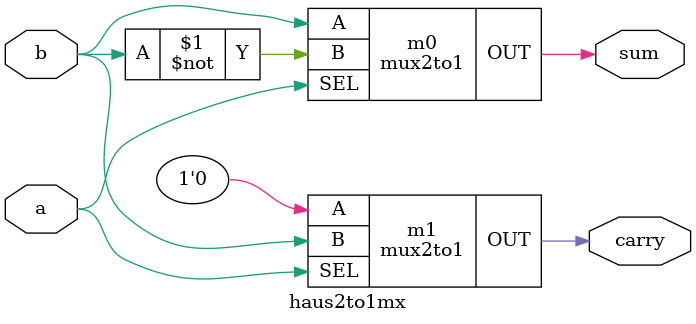
<source format=v>
`timescale 1ns / 1ps
module mux2to1(
    input A,
    input B,
    input SEL,
    output reg OUT
);
    always @(*) begin
        case(SEL)
            1'b0 : OUT = A;
            1'b1 : OUT = B;
            default : OUT = 1'b0;
        endcase
    end
endmodule

// Half Adder using 2:1 MUXes
module haus2to1mx(
    input a,
    input b,
    output sum,
    output carry
);
mux2to1 m0 (.A(b), .B(~b), .SEL(a), .OUT(sum));
mux2to1 m1 (.A(1'b0), .B(b), .SEL(a), .OUT(carry));
endmodule


</source>
